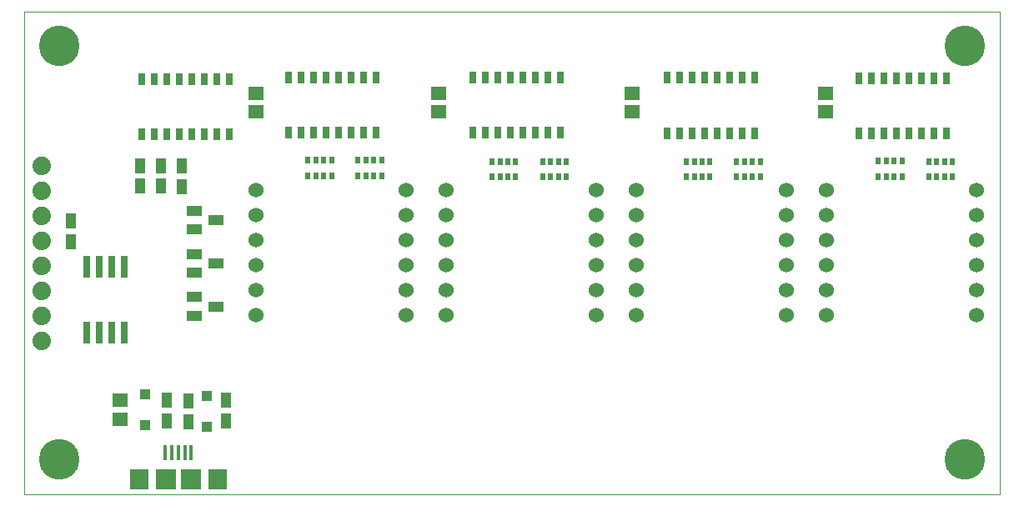
<source format=gbs>
G75*
%MOIN*%
%OFA0B0*%
%FSLAX25Y25*%
%IPPOS*%
%LPD*%
%AMOC8*
5,1,8,0,0,1.08239X$1,22.5*
%
%ADD10C,0.00000*%
%ADD11R,0.04140X0.03943*%
%ADD12R,0.02762X0.05124*%
%ADD13C,0.06000*%
%ADD14R,0.04337X0.06306*%
%ADD15R,0.02172X0.03156*%
%ADD16R,0.02800X0.09100*%
%ADD17C,0.07400*%
%ADD18R,0.05912X0.04337*%
%ADD19R,0.01778X0.05912*%
%ADD20R,0.07487X0.07880*%
%ADD21R,0.07880X0.07880*%
%ADD22R,0.06306X0.05518*%
%ADD23C,0.16211*%
D10*
X0001000Y0006275D02*
X0001000Y0199189D01*
X0390764Y0199189D01*
X0390764Y0006275D01*
X0001000Y0006275D01*
D11*
X0049316Y0033618D03*
X0049316Y0046020D03*
X0073943Y0045513D03*
X0073943Y0033112D03*
D12*
X0072907Y0150009D03*
X0067907Y0150009D03*
X0062907Y0150009D03*
X0057907Y0150009D03*
X0052907Y0150009D03*
X0047907Y0150009D03*
X0077907Y0150009D03*
X0082907Y0150009D03*
X0106608Y0150624D03*
X0111608Y0150624D03*
X0116608Y0150624D03*
X0121608Y0150624D03*
X0126608Y0150624D03*
X0131608Y0150624D03*
X0136608Y0150624D03*
X0141608Y0150624D03*
X0180399Y0150824D03*
X0185399Y0150824D03*
X0190399Y0150824D03*
X0195399Y0150824D03*
X0200399Y0150824D03*
X0205399Y0150824D03*
X0210399Y0150824D03*
X0215399Y0150824D03*
X0215399Y0172872D03*
X0210399Y0172872D03*
X0205399Y0172872D03*
X0200399Y0172872D03*
X0195399Y0172872D03*
X0190399Y0172872D03*
X0185399Y0172872D03*
X0180399Y0172872D03*
X0141608Y0172671D03*
X0136608Y0172671D03*
X0131608Y0172671D03*
X0126608Y0172671D03*
X0121608Y0172671D03*
X0116608Y0172671D03*
X0111608Y0172671D03*
X0106608Y0172671D03*
X0082907Y0172057D03*
X0077907Y0172057D03*
X0072907Y0172057D03*
X0067907Y0172057D03*
X0062907Y0172057D03*
X0057907Y0172057D03*
X0052907Y0172057D03*
X0047907Y0172057D03*
X0258045Y0172627D03*
X0263045Y0172627D03*
X0268045Y0172627D03*
X0273045Y0172627D03*
X0278045Y0172627D03*
X0283045Y0172627D03*
X0288045Y0172627D03*
X0293045Y0172627D03*
X0293045Y0150580D03*
X0288045Y0150580D03*
X0283045Y0150580D03*
X0278045Y0150580D03*
X0273045Y0150580D03*
X0268045Y0150580D03*
X0263045Y0150580D03*
X0258045Y0150580D03*
X0334602Y0150409D03*
X0339602Y0150409D03*
X0344602Y0150409D03*
X0349602Y0150409D03*
X0354602Y0150409D03*
X0359602Y0150409D03*
X0364602Y0150409D03*
X0369602Y0150409D03*
X0369602Y0172457D03*
X0364602Y0172457D03*
X0359602Y0172457D03*
X0354602Y0172457D03*
X0349602Y0172457D03*
X0344602Y0172457D03*
X0339602Y0172457D03*
X0334602Y0172457D03*
D13*
X0321669Y0127761D03*
X0305608Y0127947D03*
X0305608Y0117947D03*
X0321669Y0117761D03*
X0321669Y0107761D03*
X0305608Y0107947D03*
X0305608Y0097947D03*
X0321669Y0097761D03*
X0321669Y0087761D03*
X0305608Y0087947D03*
X0305608Y0077947D03*
X0321669Y0077761D03*
X0381669Y0077761D03*
X0381669Y0087761D03*
X0381669Y0097761D03*
X0381669Y0107761D03*
X0381669Y0117761D03*
X0381669Y0127761D03*
X0245608Y0127947D03*
X0229608Y0127947D03*
X0229608Y0117947D03*
X0245608Y0117947D03*
X0245608Y0107947D03*
X0229608Y0107947D03*
X0229608Y0097947D03*
X0245608Y0097947D03*
X0245608Y0087947D03*
X0229608Y0087947D03*
X0229608Y0077947D03*
X0245608Y0077947D03*
X0169608Y0077947D03*
X0153608Y0077947D03*
X0153608Y0087947D03*
X0169608Y0087947D03*
X0169608Y0097947D03*
X0153608Y0097947D03*
X0153608Y0107947D03*
X0169608Y0107947D03*
X0169608Y0117947D03*
X0153608Y0117947D03*
X0153608Y0127947D03*
X0169608Y0127947D03*
X0093608Y0127947D03*
X0093608Y0117947D03*
X0093608Y0107947D03*
X0093608Y0097947D03*
X0093608Y0087947D03*
X0093608Y0077947D03*
D14*
X0081443Y0043656D03*
X0081443Y0035369D03*
X0066583Y0035282D03*
X0057876Y0035369D03*
X0057876Y0043656D03*
X0066583Y0043570D03*
X0019531Y0107163D03*
X0019531Y0115451D03*
X0047272Y0129286D03*
X0055578Y0129286D03*
X0063865Y0129186D03*
X0063865Y0137474D03*
X0055578Y0137574D03*
X0047272Y0137574D03*
D15*
X0114383Y0139698D03*
X0117533Y0139698D03*
X0120683Y0139698D03*
X0123832Y0139698D03*
X0123832Y0133596D03*
X0120683Y0133596D03*
X0117533Y0133596D03*
X0114383Y0133596D03*
X0134383Y0133596D03*
X0137533Y0133596D03*
X0140683Y0133596D03*
X0143832Y0133596D03*
X0143832Y0139698D03*
X0140683Y0139698D03*
X0137533Y0139698D03*
X0134383Y0139698D03*
X0187958Y0139100D03*
X0191108Y0139100D03*
X0194257Y0139100D03*
X0197407Y0139100D03*
X0197407Y0132998D03*
X0194257Y0132998D03*
X0191108Y0132998D03*
X0187958Y0132998D03*
X0208124Y0132998D03*
X0211273Y0132998D03*
X0214423Y0132998D03*
X0217572Y0132998D03*
X0217572Y0139100D03*
X0214423Y0139100D03*
X0211273Y0139100D03*
X0208124Y0139100D03*
X0265612Y0139246D03*
X0268761Y0139246D03*
X0271911Y0139246D03*
X0275061Y0139246D03*
X0285683Y0139277D03*
X0288832Y0139277D03*
X0291982Y0139277D03*
X0295131Y0139277D03*
X0295131Y0133175D03*
X0291982Y0133175D03*
X0288832Y0133175D03*
X0285683Y0133175D03*
X0275061Y0133143D03*
X0271911Y0133143D03*
X0268761Y0133143D03*
X0265612Y0133143D03*
X0342370Y0133188D03*
X0345520Y0133188D03*
X0348669Y0133188D03*
X0351819Y0133188D03*
X0351819Y0139290D03*
X0348669Y0139290D03*
X0345520Y0139290D03*
X0342370Y0139290D03*
X0362496Y0139275D03*
X0365646Y0139275D03*
X0368795Y0139275D03*
X0371945Y0139275D03*
X0371945Y0133173D03*
X0368795Y0133173D03*
X0365646Y0133173D03*
X0362496Y0133173D03*
D16*
X0041065Y0097218D03*
X0036065Y0097218D03*
X0031065Y0097218D03*
X0026065Y0097218D03*
X0026065Y0070718D03*
X0031065Y0070718D03*
X0036065Y0070718D03*
X0041065Y0070718D03*
D17*
X0008031Y0067307D03*
X0008031Y0077307D03*
X0008031Y0087307D03*
X0008031Y0097307D03*
X0008031Y0107307D03*
X0008031Y0117307D03*
X0008031Y0127307D03*
X0008031Y0137307D03*
D18*
X0068842Y0119556D03*
X0077503Y0115816D03*
X0068842Y0112075D03*
X0069042Y0102156D03*
X0077703Y0098416D03*
X0069042Y0094675D03*
X0069042Y0084956D03*
X0077703Y0081216D03*
X0069042Y0077475D03*
D19*
X0067650Y0022709D03*
X0065091Y0022709D03*
X0062531Y0022709D03*
X0059972Y0022709D03*
X0057413Y0022709D03*
D20*
X0046783Y0012275D03*
X0078280Y0012275D03*
D21*
X0067531Y0012275D03*
X0057531Y0012275D03*
D22*
X0039331Y0036267D03*
X0039331Y0043747D03*
X0093457Y0159087D03*
X0093457Y0166567D03*
X0166740Y0166567D03*
X0166740Y0159087D03*
X0243937Y0159087D03*
X0243937Y0166567D03*
X0321134Y0166567D03*
X0321134Y0159087D03*
D23*
X0376984Y0185409D03*
X0376984Y0020055D03*
X0014780Y0020055D03*
X0014780Y0185409D03*
M02*

</source>
